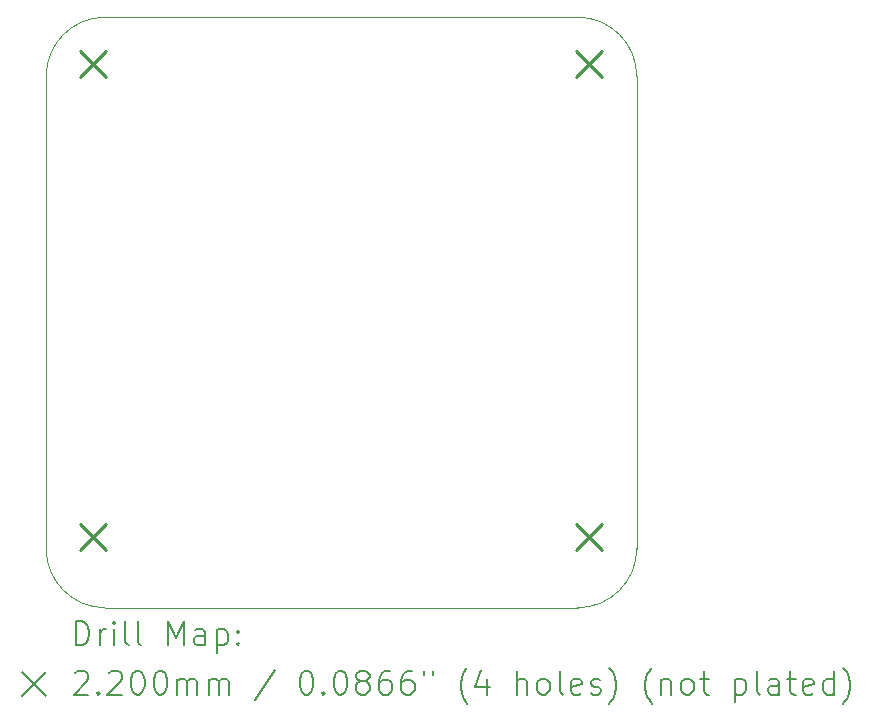
<source format=gbr>
%FSLAX45Y45*%
G04 Gerber Fmt 4.5, Leading zero omitted, Abs format (unit mm)*
G04 Created by KiCad (PCBNEW 6.0.2+dfsg-1) date 2023-09-26 22:37:19*
%MOMM*%
%LPD*%
G01*
G04 APERTURE LIST*
%TA.AperFunction,Profile*%
%ADD10C,0.100000*%
%TD*%
%ADD11C,0.200000*%
%ADD12C,0.220000*%
G04 APERTURE END LIST*
D10*
X10000000Y-5500000D02*
G75*
G03*
X9500000Y-5000000I-500000J0D01*
G01*
X9500000Y-10000000D02*
X5500000Y-10000000D01*
X9500000Y-10000000D02*
G75*
G03*
X10000000Y-9500000I0J500000D01*
G01*
X5500000Y-5000000D02*
G75*
G03*
X5000000Y-5500000I0J-500000D01*
G01*
X10000000Y-5500000D02*
X10000000Y-9500000D01*
X5000000Y-9500000D02*
G75*
G03*
X5500000Y-10000000I500000J0D01*
G01*
X5500000Y-5000000D02*
X9500000Y-5000000D01*
X5000000Y-9500000D02*
X5000000Y-5500000D01*
D11*
D12*
X5290000Y-5290000D02*
X5510000Y-5510000D01*
X5510000Y-5290000D02*
X5290000Y-5510000D01*
X5290000Y-9290000D02*
X5510000Y-9510000D01*
X5510000Y-9290000D02*
X5290000Y-9510000D01*
X9490000Y-5290000D02*
X9710000Y-5510000D01*
X9710000Y-5290000D02*
X9490000Y-5510000D01*
X9490000Y-9290000D02*
X9710000Y-9510000D01*
X9710000Y-9290000D02*
X9490000Y-9510000D01*
D11*
X5252619Y-10315476D02*
X5252619Y-10115476D01*
X5300238Y-10115476D01*
X5328810Y-10125000D01*
X5347857Y-10144048D01*
X5357381Y-10163095D01*
X5366905Y-10201190D01*
X5366905Y-10229762D01*
X5357381Y-10267857D01*
X5347857Y-10286905D01*
X5328810Y-10305952D01*
X5300238Y-10315476D01*
X5252619Y-10315476D01*
X5452619Y-10315476D02*
X5452619Y-10182143D01*
X5452619Y-10220238D02*
X5462143Y-10201190D01*
X5471667Y-10191667D01*
X5490714Y-10182143D01*
X5509762Y-10182143D01*
X5576429Y-10315476D02*
X5576429Y-10182143D01*
X5576429Y-10115476D02*
X5566905Y-10125000D01*
X5576429Y-10134524D01*
X5585952Y-10125000D01*
X5576429Y-10115476D01*
X5576429Y-10134524D01*
X5700238Y-10315476D02*
X5681190Y-10305952D01*
X5671667Y-10286905D01*
X5671667Y-10115476D01*
X5805000Y-10315476D02*
X5785952Y-10305952D01*
X5776428Y-10286905D01*
X5776428Y-10115476D01*
X6033571Y-10315476D02*
X6033571Y-10115476D01*
X6100238Y-10258333D01*
X6166905Y-10115476D01*
X6166905Y-10315476D01*
X6347857Y-10315476D02*
X6347857Y-10210714D01*
X6338333Y-10191667D01*
X6319286Y-10182143D01*
X6281190Y-10182143D01*
X6262143Y-10191667D01*
X6347857Y-10305952D02*
X6328809Y-10315476D01*
X6281190Y-10315476D01*
X6262143Y-10305952D01*
X6252619Y-10286905D01*
X6252619Y-10267857D01*
X6262143Y-10248810D01*
X6281190Y-10239286D01*
X6328809Y-10239286D01*
X6347857Y-10229762D01*
X6443095Y-10182143D02*
X6443095Y-10382143D01*
X6443095Y-10191667D02*
X6462143Y-10182143D01*
X6500238Y-10182143D01*
X6519286Y-10191667D01*
X6528809Y-10201190D01*
X6538333Y-10220238D01*
X6538333Y-10277381D01*
X6528809Y-10296429D01*
X6519286Y-10305952D01*
X6500238Y-10315476D01*
X6462143Y-10315476D01*
X6443095Y-10305952D01*
X6624048Y-10296429D02*
X6633571Y-10305952D01*
X6624048Y-10315476D01*
X6614524Y-10305952D01*
X6624048Y-10296429D01*
X6624048Y-10315476D01*
X6624048Y-10191667D02*
X6633571Y-10201190D01*
X6624048Y-10210714D01*
X6614524Y-10201190D01*
X6624048Y-10191667D01*
X6624048Y-10210714D01*
X4795000Y-10545000D02*
X4995000Y-10745000D01*
X4995000Y-10545000D02*
X4795000Y-10745000D01*
X5243095Y-10554524D02*
X5252619Y-10545000D01*
X5271667Y-10535476D01*
X5319286Y-10535476D01*
X5338333Y-10545000D01*
X5347857Y-10554524D01*
X5357381Y-10573571D01*
X5357381Y-10592619D01*
X5347857Y-10621190D01*
X5233571Y-10735476D01*
X5357381Y-10735476D01*
X5443095Y-10716429D02*
X5452619Y-10725952D01*
X5443095Y-10735476D01*
X5433571Y-10725952D01*
X5443095Y-10716429D01*
X5443095Y-10735476D01*
X5528810Y-10554524D02*
X5538333Y-10545000D01*
X5557381Y-10535476D01*
X5605000Y-10535476D01*
X5624048Y-10545000D01*
X5633571Y-10554524D01*
X5643095Y-10573571D01*
X5643095Y-10592619D01*
X5633571Y-10621190D01*
X5519286Y-10735476D01*
X5643095Y-10735476D01*
X5766905Y-10535476D02*
X5785952Y-10535476D01*
X5805000Y-10545000D01*
X5814524Y-10554524D01*
X5824048Y-10573571D01*
X5833571Y-10611667D01*
X5833571Y-10659286D01*
X5824048Y-10697381D01*
X5814524Y-10716429D01*
X5805000Y-10725952D01*
X5785952Y-10735476D01*
X5766905Y-10735476D01*
X5747857Y-10725952D01*
X5738333Y-10716429D01*
X5728809Y-10697381D01*
X5719286Y-10659286D01*
X5719286Y-10611667D01*
X5728809Y-10573571D01*
X5738333Y-10554524D01*
X5747857Y-10545000D01*
X5766905Y-10535476D01*
X5957381Y-10535476D02*
X5976428Y-10535476D01*
X5995476Y-10545000D01*
X6005000Y-10554524D01*
X6014524Y-10573571D01*
X6024048Y-10611667D01*
X6024048Y-10659286D01*
X6014524Y-10697381D01*
X6005000Y-10716429D01*
X5995476Y-10725952D01*
X5976428Y-10735476D01*
X5957381Y-10735476D01*
X5938333Y-10725952D01*
X5928809Y-10716429D01*
X5919286Y-10697381D01*
X5909762Y-10659286D01*
X5909762Y-10611667D01*
X5919286Y-10573571D01*
X5928809Y-10554524D01*
X5938333Y-10545000D01*
X5957381Y-10535476D01*
X6109762Y-10735476D02*
X6109762Y-10602143D01*
X6109762Y-10621190D02*
X6119286Y-10611667D01*
X6138333Y-10602143D01*
X6166905Y-10602143D01*
X6185952Y-10611667D01*
X6195476Y-10630714D01*
X6195476Y-10735476D01*
X6195476Y-10630714D02*
X6205000Y-10611667D01*
X6224048Y-10602143D01*
X6252619Y-10602143D01*
X6271667Y-10611667D01*
X6281190Y-10630714D01*
X6281190Y-10735476D01*
X6376428Y-10735476D02*
X6376428Y-10602143D01*
X6376428Y-10621190D02*
X6385952Y-10611667D01*
X6405000Y-10602143D01*
X6433571Y-10602143D01*
X6452619Y-10611667D01*
X6462143Y-10630714D01*
X6462143Y-10735476D01*
X6462143Y-10630714D02*
X6471667Y-10611667D01*
X6490714Y-10602143D01*
X6519286Y-10602143D01*
X6538333Y-10611667D01*
X6547857Y-10630714D01*
X6547857Y-10735476D01*
X6938333Y-10525952D02*
X6766905Y-10783095D01*
X7195476Y-10535476D02*
X7214524Y-10535476D01*
X7233571Y-10545000D01*
X7243095Y-10554524D01*
X7252619Y-10573571D01*
X7262143Y-10611667D01*
X7262143Y-10659286D01*
X7252619Y-10697381D01*
X7243095Y-10716429D01*
X7233571Y-10725952D01*
X7214524Y-10735476D01*
X7195476Y-10735476D01*
X7176428Y-10725952D01*
X7166905Y-10716429D01*
X7157381Y-10697381D01*
X7147857Y-10659286D01*
X7147857Y-10611667D01*
X7157381Y-10573571D01*
X7166905Y-10554524D01*
X7176428Y-10545000D01*
X7195476Y-10535476D01*
X7347857Y-10716429D02*
X7357381Y-10725952D01*
X7347857Y-10735476D01*
X7338333Y-10725952D01*
X7347857Y-10716429D01*
X7347857Y-10735476D01*
X7481190Y-10535476D02*
X7500238Y-10535476D01*
X7519286Y-10545000D01*
X7528809Y-10554524D01*
X7538333Y-10573571D01*
X7547857Y-10611667D01*
X7547857Y-10659286D01*
X7538333Y-10697381D01*
X7528809Y-10716429D01*
X7519286Y-10725952D01*
X7500238Y-10735476D01*
X7481190Y-10735476D01*
X7462143Y-10725952D01*
X7452619Y-10716429D01*
X7443095Y-10697381D01*
X7433571Y-10659286D01*
X7433571Y-10611667D01*
X7443095Y-10573571D01*
X7452619Y-10554524D01*
X7462143Y-10545000D01*
X7481190Y-10535476D01*
X7662143Y-10621190D02*
X7643095Y-10611667D01*
X7633571Y-10602143D01*
X7624048Y-10583095D01*
X7624048Y-10573571D01*
X7633571Y-10554524D01*
X7643095Y-10545000D01*
X7662143Y-10535476D01*
X7700238Y-10535476D01*
X7719286Y-10545000D01*
X7728809Y-10554524D01*
X7738333Y-10573571D01*
X7738333Y-10583095D01*
X7728809Y-10602143D01*
X7719286Y-10611667D01*
X7700238Y-10621190D01*
X7662143Y-10621190D01*
X7643095Y-10630714D01*
X7633571Y-10640238D01*
X7624048Y-10659286D01*
X7624048Y-10697381D01*
X7633571Y-10716429D01*
X7643095Y-10725952D01*
X7662143Y-10735476D01*
X7700238Y-10735476D01*
X7719286Y-10725952D01*
X7728809Y-10716429D01*
X7738333Y-10697381D01*
X7738333Y-10659286D01*
X7728809Y-10640238D01*
X7719286Y-10630714D01*
X7700238Y-10621190D01*
X7909762Y-10535476D02*
X7871667Y-10535476D01*
X7852619Y-10545000D01*
X7843095Y-10554524D01*
X7824048Y-10583095D01*
X7814524Y-10621190D01*
X7814524Y-10697381D01*
X7824048Y-10716429D01*
X7833571Y-10725952D01*
X7852619Y-10735476D01*
X7890714Y-10735476D01*
X7909762Y-10725952D01*
X7919286Y-10716429D01*
X7928809Y-10697381D01*
X7928809Y-10649762D01*
X7919286Y-10630714D01*
X7909762Y-10621190D01*
X7890714Y-10611667D01*
X7852619Y-10611667D01*
X7833571Y-10621190D01*
X7824048Y-10630714D01*
X7814524Y-10649762D01*
X8100238Y-10535476D02*
X8062143Y-10535476D01*
X8043095Y-10545000D01*
X8033571Y-10554524D01*
X8014524Y-10583095D01*
X8005000Y-10621190D01*
X8005000Y-10697381D01*
X8014524Y-10716429D01*
X8024048Y-10725952D01*
X8043095Y-10735476D01*
X8081190Y-10735476D01*
X8100238Y-10725952D01*
X8109762Y-10716429D01*
X8119286Y-10697381D01*
X8119286Y-10649762D01*
X8109762Y-10630714D01*
X8100238Y-10621190D01*
X8081190Y-10611667D01*
X8043095Y-10611667D01*
X8024048Y-10621190D01*
X8014524Y-10630714D01*
X8005000Y-10649762D01*
X8195476Y-10535476D02*
X8195476Y-10573571D01*
X8271667Y-10535476D02*
X8271667Y-10573571D01*
X8566905Y-10811667D02*
X8557381Y-10802143D01*
X8538333Y-10773571D01*
X8528810Y-10754524D01*
X8519286Y-10725952D01*
X8509762Y-10678333D01*
X8509762Y-10640238D01*
X8519286Y-10592619D01*
X8528810Y-10564048D01*
X8538333Y-10545000D01*
X8557381Y-10516429D01*
X8566905Y-10506905D01*
X8728810Y-10602143D02*
X8728810Y-10735476D01*
X8681190Y-10525952D02*
X8633571Y-10668810D01*
X8757381Y-10668810D01*
X8985952Y-10735476D02*
X8985952Y-10535476D01*
X9071667Y-10735476D02*
X9071667Y-10630714D01*
X9062143Y-10611667D01*
X9043095Y-10602143D01*
X9014524Y-10602143D01*
X8995476Y-10611667D01*
X8985952Y-10621190D01*
X9195476Y-10735476D02*
X9176429Y-10725952D01*
X9166905Y-10716429D01*
X9157381Y-10697381D01*
X9157381Y-10640238D01*
X9166905Y-10621190D01*
X9176429Y-10611667D01*
X9195476Y-10602143D01*
X9224048Y-10602143D01*
X9243095Y-10611667D01*
X9252619Y-10621190D01*
X9262143Y-10640238D01*
X9262143Y-10697381D01*
X9252619Y-10716429D01*
X9243095Y-10725952D01*
X9224048Y-10735476D01*
X9195476Y-10735476D01*
X9376429Y-10735476D02*
X9357381Y-10725952D01*
X9347857Y-10706905D01*
X9347857Y-10535476D01*
X9528810Y-10725952D02*
X9509762Y-10735476D01*
X9471667Y-10735476D01*
X9452619Y-10725952D01*
X9443095Y-10706905D01*
X9443095Y-10630714D01*
X9452619Y-10611667D01*
X9471667Y-10602143D01*
X9509762Y-10602143D01*
X9528810Y-10611667D01*
X9538333Y-10630714D01*
X9538333Y-10649762D01*
X9443095Y-10668810D01*
X9614524Y-10725952D02*
X9633571Y-10735476D01*
X9671667Y-10735476D01*
X9690714Y-10725952D01*
X9700238Y-10706905D01*
X9700238Y-10697381D01*
X9690714Y-10678333D01*
X9671667Y-10668810D01*
X9643095Y-10668810D01*
X9624048Y-10659286D01*
X9614524Y-10640238D01*
X9614524Y-10630714D01*
X9624048Y-10611667D01*
X9643095Y-10602143D01*
X9671667Y-10602143D01*
X9690714Y-10611667D01*
X9766905Y-10811667D02*
X9776429Y-10802143D01*
X9795476Y-10773571D01*
X9805000Y-10754524D01*
X9814524Y-10725952D01*
X9824048Y-10678333D01*
X9824048Y-10640238D01*
X9814524Y-10592619D01*
X9805000Y-10564048D01*
X9795476Y-10545000D01*
X9776429Y-10516429D01*
X9766905Y-10506905D01*
X10128810Y-10811667D02*
X10119286Y-10802143D01*
X10100238Y-10773571D01*
X10090714Y-10754524D01*
X10081190Y-10725952D01*
X10071667Y-10678333D01*
X10071667Y-10640238D01*
X10081190Y-10592619D01*
X10090714Y-10564048D01*
X10100238Y-10545000D01*
X10119286Y-10516429D01*
X10128810Y-10506905D01*
X10205000Y-10602143D02*
X10205000Y-10735476D01*
X10205000Y-10621190D02*
X10214524Y-10611667D01*
X10233571Y-10602143D01*
X10262143Y-10602143D01*
X10281190Y-10611667D01*
X10290714Y-10630714D01*
X10290714Y-10735476D01*
X10414524Y-10735476D02*
X10395476Y-10725952D01*
X10385952Y-10716429D01*
X10376429Y-10697381D01*
X10376429Y-10640238D01*
X10385952Y-10621190D01*
X10395476Y-10611667D01*
X10414524Y-10602143D01*
X10443095Y-10602143D01*
X10462143Y-10611667D01*
X10471667Y-10621190D01*
X10481190Y-10640238D01*
X10481190Y-10697381D01*
X10471667Y-10716429D01*
X10462143Y-10725952D01*
X10443095Y-10735476D01*
X10414524Y-10735476D01*
X10538333Y-10602143D02*
X10614524Y-10602143D01*
X10566905Y-10535476D02*
X10566905Y-10706905D01*
X10576429Y-10725952D01*
X10595476Y-10735476D01*
X10614524Y-10735476D01*
X10833571Y-10602143D02*
X10833571Y-10802143D01*
X10833571Y-10611667D02*
X10852619Y-10602143D01*
X10890714Y-10602143D01*
X10909762Y-10611667D01*
X10919286Y-10621190D01*
X10928810Y-10640238D01*
X10928810Y-10697381D01*
X10919286Y-10716429D01*
X10909762Y-10725952D01*
X10890714Y-10735476D01*
X10852619Y-10735476D01*
X10833571Y-10725952D01*
X11043095Y-10735476D02*
X11024048Y-10725952D01*
X11014524Y-10706905D01*
X11014524Y-10535476D01*
X11205000Y-10735476D02*
X11205000Y-10630714D01*
X11195476Y-10611667D01*
X11176429Y-10602143D01*
X11138333Y-10602143D01*
X11119286Y-10611667D01*
X11205000Y-10725952D02*
X11185952Y-10735476D01*
X11138333Y-10735476D01*
X11119286Y-10725952D01*
X11109762Y-10706905D01*
X11109762Y-10687857D01*
X11119286Y-10668810D01*
X11138333Y-10659286D01*
X11185952Y-10659286D01*
X11205000Y-10649762D01*
X11271667Y-10602143D02*
X11347857Y-10602143D01*
X11300238Y-10535476D02*
X11300238Y-10706905D01*
X11309762Y-10725952D01*
X11328809Y-10735476D01*
X11347857Y-10735476D01*
X11490714Y-10725952D02*
X11471667Y-10735476D01*
X11433571Y-10735476D01*
X11414524Y-10725952D01*
X11405000Y-10706905D01*
X11405000Y-10630714D01*
X11414524Y-10611667D01*
X11433571Y-10602143D01*
X11471667Y-10602143D01*
X11490714Y-10611667D01*
X11500238Y-10630714D01*
X11500238Y-10649762D01*
X11405000Y-10668810D01*
X11671667Y-10735476D02*
X11671667Y-10535476D01*
X11671667Y-10725952D02*
X11652619Y-10735476D01*
X11614524Y-10735476D01*
X11595476Y-10725952D01*
X11585952Y-10716429D01*
X11576428Y-10697381D01*
X11576428Y-10640238D01*
X11585952Y-10621190D01*
X11595476Y-10611667D01*
X11614524Y-10602143D01*
X11652619Y-10602143D01*
X11671667Y-10611667D01*
X11747857Y-10811667D02*
X11757381Y-10802143D01*
X11776428Y-10773571D01*
X11785952Y-10754524D01*
X11795476Y-10725952D01*
X11805000Y-10678333D01*
X11805000Y-10640238D01*
X11795476Y-10592619D01*
X11785952Y-10564048D01*
X11776428Y-10545000D01*
X11757381Y-10516429D01*
X11747857Y-10506905D01*
M02*

</source>
